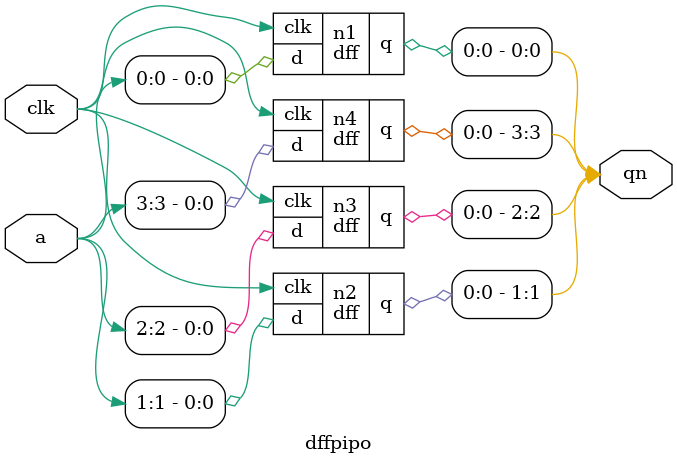
<source format=v>
module dff(d,clk,q);
input wire d,clk;
output reg q;
always @(posedge clk) begin
q<=d;
end
endmodule
module dffpipo(a,clk,qn);
input wire clk;
input wire [3:0]a;
output reg [3:0]qn;
  dff n1(a[0],clk,qn[0]);
  dff n2(a[1],clk,qn[1]);
  dff n3(a[2],clk,qn[2]);
  dff n4(a[3],clk,qn[3]);
endmodule


</source>
